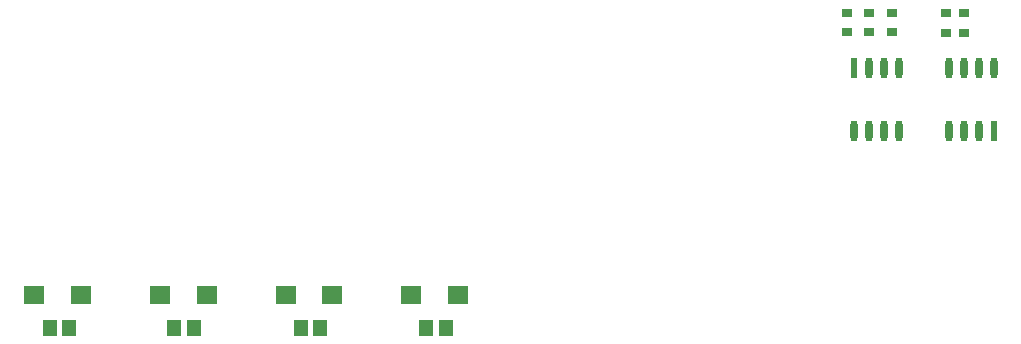
<source format=gbp>
G04*
G04 #@! TF.GenerationSoftware,Altium Limited,Altium Designer,21.3.2 (30)*
G04*
G04 Layer_Color=128*
%FSLAX44Y44*%
%MOMM*%
G71*
G04*
G04 #@! TF.SameCoordinates,E904BC2C-911D-44D5-97E6-C51C7131D4A3*
G04*
G04*
G04 #@! TF.FilePolarity,Positive*
G04*
G01*
G75*
%ADD24R,1.7000X1.5000*%
%ADD28R,0.9500X0.8000*%
%ADD34R,1.2500X1.4000*%
%ADD104O,0.6000X1.8000*%
%ADD105R,0.6000X1.8000*%
D24*
X719520Y267970D02*
D03*
X680020D02*
D03*
X573873D02*
D03*
X613373D02*
D03*
X361153D02*
D03*
X400653D02*
D03*
X467813D02*
D03*
X507313D02*
D03*
D28*
X1087120Y506380D02*
D03*
Y489880D02*
D03*
X1068070Y506380D02*
D03*
Y489880D02*
D03*
X1049020Y506380D02*
D03*
Y489880D02*
D03*
X1132840Y489590D02*
D03*
Y506090D02*
D03*
X1148080Y489590D02*
D03*
Y506090D02*
D03*
D34*
X709290Y240030D02*
D03*
X692790D02*
D03*
X586740D02*
D03*
X603240D02*
D03*
X374020D02*
D03*
X390520D02*
D03*
X479430D02*
D03*
X495930D02*
D03*
D104*
X1093470Y406030D02*
D03*
X1080770D02*
D03*
X1068070D02*
D03*
X1055370D02*
D03*
X1093470Y460030D02*
D03*
X1080770D02*
D03*
X1068070D02*
D03*
X1135380D02*
D03*
X1148080D02*
D03*
X1160780D02*
D03*
X1173480D02*
D03*
X1135380Y406030D02*
D03*
X1148080D02*
D03*
X1160780D02*
D03*
D105*
X1055370Y460030D02*
D03*
X1173480Y406030D02*
D03*
M02*

</source>
